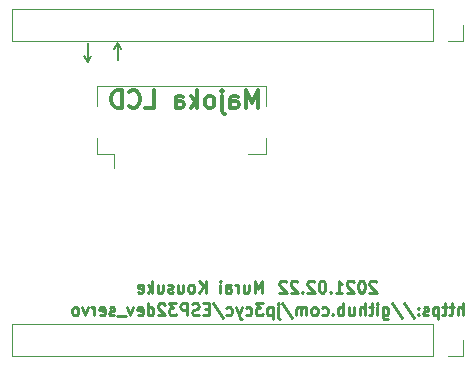
<source format=gbr>
G04 #@! TF.GenerationSoftware,KiCad,Pcbnew,(5.0.2)-1*
G04 #@! TF.CreationDate,2021-02-22T21:52:25+09:00*
G04 #@! TF.ProjectId,ESP32_LED,45535033-325f-44c4-9544-2e6b69636164,rev?*
G04 #@! TF.SameCoordinates,Original*
G04 #@! TF.FileFunction,Legend,Bot*
G04 #@! TF.FilePolarity,Positive*
%FSLAX46Y46*%
G04 Gerber Fmt 4.6, Leading zero omitted, Abs format (unit mm)*
G04 Created by KiCad (PCBNEW (5.0.2)-1) date 2021/02/22 21:52:25*
%MOMM*%
%LPD*%
G01*
G04 APERTURE LIST*
%ADD10C,0.200000*%
%ADD11C,0.300000*%
%ADD12C,0.250000*%
%ADD13C,0.120000*%
G04 APERTURE END LIST*
D10*
X146050000Y-73279000D02*
X146367500Y-73787000D01*
X146050000Y-73279000D02*
X145732500Y-73787000D01*
X146050000Y-73279000D02*
X146050000Y-74739500D01*
X143510000Y-74866500D02*
X143827500Y-74358500D01*
X143192500Y-74358500D02*
X143510000Y-74866500D01*
X143510000Y-73279000D02*
X143510000Y-74866500D01*
D11*
X157943571Y-78783571D02*
X157943571Y-77283571D01*
X157443571Y-78355000D01*
X156943571Y-77283571D01*
X156943571Y-78783571D01*
X155586428Y-78783571D02*
X155586428Y-77997857D01*
X155657857Y-77855000D01*
X155800714Y-77783571D01*
X156086428Y-77783571D01*
X156229285Y-77855000D01*
X155586428Y-78712142D02*
X155729285Y-78783571D01*
X156086428Y-78783571D01*
X156229285Y-78712142D01*
X156300714Y-78569285D01*
X156300714Y-78426428D01*
X156229285Y-78283571D01*
X156086428Y-78212142D01*
X155729285Y-78212142D01*
X155586428Y-78140714D01*
X154872142Y-77783571D02*
X154872142Y-79069285D01*
X154943571Y-79212142D01*
X155086428Y-79283571D01*
X155157857Y-79283571D01*
X154872142Y-77283571D02*
X154943571Y-77355000D01*
X154872142Y-77426428D01*
X154800714Y-77355000D01*
X154872142Y-77283571D01*
X154872142Y-77426428D01*
X153943571Y-78783571D02*
X154086428Y-78712142D01*
X154157857Y-78640714D01*
X154229285Y-78497857D01*
X154229285Y-78069285D01*
X154157857Y-77926428D01*
X154086428Y-77855000D01*
X153943571Y-77783571D01*
X153729285Y-77783571D01*
X153586428Y-77855000D01*
X153515000Y-77926428D01*
X153443571Y-78069285D01*
X153443571Y-78497857D01*
X153515000Y-78640714D01*
X153586428Y-78712142D01*
X153729285Y-78783571D01*
X153943571Y-78783571D01*
X152800714Y-78783571D02*
X152800714Y-77283571D01*
X152657857Y-78212142D02*
X152229285Y-78783571D01*
X152229285Y-77783571D02*
X152800714Y-78355000D01*
X150943571Y-78783571D02*
X150943571Y-77997857D01*
X151015000Y-77855000D01*
X151157857Y-77783571D01*
X151443571Y-77783571D01*
X151586428Y-77855000D01*
X150943571Y-78712142D02*
X151086428Y-78783571D01*
X151443571Y-78783571D01*
X151586428Y-78712142D01*
X151657857Y-78569285D01*
X151657857Y-78426428D01*
X151586428Y-78283571D01*
X151443571Y-78212142D01*
X151086428Y-78212142D01*
X150943571Y-78140714D01*
X148372142Y-78783571D02*
X149086428Y-78783571D01*
X149086428Y-77283571D01*
X147015000Y-78640714D02*
X147086428Y-78712142D01*
X147300714Y-78783571D01*
X147443571Y-78783571D01*
X147657857Y-78712142D01*
X147800714Y-78569285D01*
X147872142Y-78426428D01*
X147943571Y-78140714D01*
X147943571Y-77926428D01*
X147872142Y-77640714D01*
X147800714Y-77497857D01*
X147657857Y-77355000D01*
X147443571Y-77283571D01*
X147300714Y-77283571D01*
X147086428Y-77355000D01*
X147015000Y-77426428D01*
X146372142Y-78783571D02*
X146372142Y-77283571D01*
X146015000Y-77283571D01*
X145800714Y-77355000D01*
X145657857Y-77497857D01*
X145586428Y-77640714D01*
X145515000Y-77926428D01*
X145515000Y-78140714D01*
X145586428Y-78426428D01*
X145657857Y-78569285D01*
X145800714Y-78712142D01*
X146015000Y-78783571D01*
X146372142Y-78783571D01*
D12*
X175250000Y-96337380D02*
X175250000Y-95337380D01*
X174821428Y-96337380D02*
X174821428Y-95813571D01*
X174869047Y-95718333D01*
X174964285Y-95670714D01*
X175107142Y-95670714D01*
X175202380Y-95718333D01*
X175250000Y-95765952D01*
X174488095Y-95670714D02*
X174107142Y-95670714D01*
X174345238Y-95337380D02*
X174345238Y-96194523D01*
X174297619Y-96289761D01*
X174202380Y-96337380D01*
X174107142Y-96337380D01*
X173916666Y-95670714D02*
X173535714Y-95670714D01*
X173773809Y-95337380D02*
X173773809Y-96194523D01*
X173726190Y-96289761D01*
X173630952Y-96337380D01*
X173535714Y-96337380D01*
X173202380Y-95670714D02*
X173202380Y-96670714D01*
X173202380Y-95718333D02*
X173107142Y-95670714D01*
X172916666Y-95670714D01*
X172821428Y-95718333D01*
X172773809Y-95765952D01*
X172726190Y-95861190D01*
X172726190Y-96146904D01*
X172773809Y-96242142D01*
X172821428Y-96289761D01*
X172916666Y-96337380D01*
X173107142Y-96337380D01*
X173202380Y-96289761D01*
X172345238Y-96289761D02*
X172250000Y-96337380D01*
X172059523Y-96337380D01*
X171964285Y-96289761D01*
X171916666Y-96194523D01*
X171916666Y-96146904D01*
X171964285Y-96051666D01*
X172059523Y-96004047D01*
X172202380Y-96004047D01*
X172297619Y-95956428D01*
X172345238Y-95861190D01*
X172345238Y-95813571D01*
X172297619Y-95718333D01*
X172202380Y-95670714D01*
X172059523Y-95670714D01*
X171964285Y-95718333D01*
X171488095Y-96242142D02*
X171440476Y-96289761D01*
X171488095Y-96337380D01*
X171535714Y-96289761D01*
X171488095Y-96242142D01*
X171488095Y-96337380D01*
X171488095Y-95718333D02*
X171440476Y-95765952D01*
X171488095Y-95813571D01*
X171535714Y-95765952D01*
X171488095Y-95718333D01*
X171488095Y-95813571D01*
X170297619Y-95289761D02*
X171154761Y-96575476D01*
X169250000Y-95289761D02*
X170107142Y-96575476D01*
X168488095Y-95670714D02*
X168488095Y-96480238D01*
X168535714Y-96575476D01*
X168583333Y-96623095D01*
X168678571Y-96670714D01*
X168821428Y-96670714D01*
X168916666Y-96623095D01*
X168488095Y-96289761D02*
X168583333Y-96337380D01*
X168773809Y-96337380D01*
X168869047Y-96289761D01*
X168916666Y-96242142D01*
X168964285Y-96146904D01*
X168964285Y-95861190D01*
X168916666Y-95765952D01*
X168869047Y-95718333D01*
X168773809Y-95670714D01*
X168583333Y-95670714D01*
X168488095Y-95718333D01*
X168011904Y-96337380D02*
X168011904Y-95670714D01*
X168011904Y-95337380D02*
X168059523Y-95385000D01*
X168011904Y-95432619D01*
X167964285Y-95385000D01*
X168011904Y-95337380D01*
X168011904Y-95432619D01*
X167678571Y-95670714D02*
X167297619Y-95670714D01*
X167535714Y-95337380D02*
X167535714Y-96194523D01*
X167488095Y-96289761D01*
X167392857Y-96337380D01*
X167297619Y-96337380D01*
X166964285Y-96337380D02*
X166964285Y-95337380D01*
X166535714Y-96337380D02*
X166535714Y-95813571D01*
X166583333Y-95718333D01*
X166678571Y-95670714D01*
X166821428Y-95670714D01*
X166916666Y-95718333D01*
X166964285Y-95765952D01*
X165630952Y-95670714D02*
X165630952Y-96337380D01*
X166059523Y-95670714D02*
X166059523Y-96194523D01*
X166011904Y-96289761D01*
X165916666Y-96337380D01*
X165773809Y-96337380D01*
X165678571Y-96289761D01*
X165630952Y-96242142D01*
X165154761Y-96337380D02*
X165154761Y-95337380D01*
X165154761Y-95718333D02*
X165059523Y-95670714D01*
X164869047Y-95670714D01*
X164773809Y-95718333D01*
X164726190Y-95765952D01*
X164678571Y-95861190D01*
X164678571Y-96146904D01*
X164726190Y-96242142D01*
X164773809Y-96289761D01*
X164869047Y-96337380D01*
X165059523Y-96337380D01*
X165154761Y-96289761D01*
X164250000Y-96242142D02*
X164202380Y-96289761D01*
X164250000Y-96337380D01*
X164297619Y-96289761D01*
X164250000Y-96242142D01*
X164250000Y-96337380D01*
X163345238Y-96289761D02*
X163440476Y-96337380D01*
X163630952Y-96337380D01*
X163726190Y-96289761D01*
X163773809Y-96242142D01*
X163821428Y-96146904D01*
X163821428Y-95861190D01*
X163773809Y-95765952D01*
X163726190Y-95718333D01*
X163630952Y-95670714D01*
X163440476Y-95670714D01*
X163345238Y-95718333D01*
X162773809Y-96337380D02*
X162869047Y-96289761D01*
X162916666Y-96242142D01*
X162964285Y-96146904D01*
X162964285Y-95861190D01*
X162916666Y-95765952D01*
X162869047Y-95718333D01*
X162773809Y-95670714D01*
X162630952Y-95670714D01*
X162535714Y-95718333D01*
X162488095Y-95765952D01*
X162440476Y-95861190D01*
X162440476Y-96146904D01*
X162488095Y-96242142D01*
X162535714Y-96289761D01*
X162630952Y-96337380D01*
X162773809Y-96337380D01*
X162011904Y-96337380D02*
X162011904Y-95670714D01*
X162011904Y-95765952D02*
X161964285Y-95718333D01*
X161869047Y-95670714D01*
X161726190Y-95670714D01*
X161630952Y-95718333D01*
X161583333Y-95813571D01*
X161583333Y-96337380D01*
X161583333Y-95813571D02*
X161535714Y-95718333D01*
X161440476Y-95670714D01*
X161297619Y-95670714D01*
X161202380Y-95718333D01*
X161154761Y-95813571D01*
X161154761Y-96337380D01*
X159964285Y-95289761D02*
X160821428Y-96575476D01*
X159630952Y-95670714D02*
X159630952Y-96527857D01*
X159678571Y-96623095D01*
X159773809Y-96670714D01*
X159821428Y-96670714D01*
X159630952Y-95337380D02*
X159678571Y-95385000D01*
X159630952Y-95432619D01*
X159583333Y-95385000D01*
X159630952Y-95337380D01*
X159630952Y-95432619D01*
X159154761Y-95670714D02*
X159154761Y-96670714D01*
X159154761Y-95718333D02*
X159059523Y-95670714D01*
X158869047Y-95670714D01*
X158773809Y-95718333D01*
X158726190Y-95765952D01*
X158678571Y-95861190D01*
X158678571Y-96146904D01*
X158726190Y-96242142D01*
X158773809Y-96289761D01*
X158869047Y-96337380D01*
X159059523Y-96337380D01*
X159154761Y-96289761D01*
X158345238Y-95337380D02*
X157726190Y-95337380D01*
X158059523Y-95718333D01*
X157916666Y-95718333D01*
X157821428Y-95765952D01*
X157773809Y-95813571D01*
X157726190Y-95908809D01*
X157726190Y-96146904D01*
X157773809Y-96242142D01*
X157821428Y-96289761D01*
X157916666Y-96337380D01*
X158202380Y-96337380D01*
X158297619Y-96289761D01*
X158345238Y-96242142D01*
X156869047Y-96289761D02*
X156964285Y-96337380D01*
X157154761Y-96337380D01*
X157250000Y-96289761D01*
X157297619Y-96242142D01*
X157345238Y-96146904D01*
X157345238Y-95861190D01*
X157297619Y-95765952D01*
X157250000Y-95718333D01*
X157154761Y-95670714D01*
X156964285Y-95670714D01*
X156869047Y-95718333D01*
X156535714Y-95670714D02*
X156297619Y-96337380D01*
X156059523Y-95670714D02*
X156297619Y-96337380D01*
X156392857Y-96575476D01*
X156440476Y-96623095D01*
X156535714Y-96670714D01*
X155250000Y-96289761D02*
X155345238Y-96337380D01*
X155535714Y-96337380D01*
X155630952Y-96289761D01*
X155678571Y-96242142D01*
X155726190Y-96146904D01*
X155726190Y-95861190D01*
X155678571Y-95765952D01*
X155630952Y-95718333D01*
X155535714Y-95670714D01*
X155345238Y-95670714D01*
X155250000Y-95718333D01*
X154107142Y-95289761D02*
X154964285Y-96575476D01*
X153773809Y-95813571D02*
X153440476Y-95813571D01*
X153297619Y-96337380D02*
X153773809Y-96337380D01*
X153773809Y-95337380D01*
X153297619Y-95337380D01*
X152916666Y-96289761D02*
X152773809Y-96337380D01*
X152535714Y-96337380D01*
X152440476Y-96289761D01*
X152392857Y-96242142D01*
X152345238Y-96146904D01*
X152345238Y-96051666D01*
X152392857Y-95956428D01*
X152440476Y-95908809D01*
X152535714Y-95861190D01*
X152726190Y-95813571D01*
X152821428Y-95765952D01*
X152869047Y-95718333D01*
X152916666Y-95623095D01*
X152916666Y-95527857D01*
X152869047Y-95432619D01*
X152821428Y-95385000D01*
X152726190Y-95337380D01*
X152488095Y-95337380D01*
X152345238Y-95385000D01*
X151916666Y-96337380D02*
X151916666Y-95337380D01*
X151535714Y-95337380D01*
X151440476Y-95385000D01*
X151392857Y-95432619D01*
X151345238Y-95527857D01*
X151345238Y-95670714D01*
X151392857Y-95765952D01*
X151440476Y-95813571D01*
X151535714Y-95861190D01*
X151916666Y-95861190D01*
X151011904Y-95337380D02*
X150392857Y-95337380D01*
X150726190Y-95718333D01*
X150583333Y-95718333D01*
X150488095Y-95765952D01*
X150440476Y-95813571D01*
X150392857Y-95908809D01*
X150392857Y-96146904D01*
X150440476Y-96242142D01*
X150488095Y-96289761D01*
X150583333Y-96337380D01*
X150869047Y-96337380D01*
X150964285Y-96289761D01*
X151011904Y-96242142D01*
X150011904Y-95432619D02*
X149964285Y-95385000D01*
X149869047Y-95337380D01*
X149630952Y-95337380D01*
X149535714Y-95385000D01*
X149488095Y-95432619D01*
X149440476Y-95527857D01*
X149440476Y-95623095D01*
X149488095Y-95765952D01*
X150059523Y-96337380D01*
X149440476Y-96337380D01*
X148583333Y-96337380D02*
X148583333Y-95337380D01*
X148583333Y-96289761D02*
X148678571Y-96337380D01*
X148869047Y-96337380D01*
X148964285Y-96289761D01*
X149011904Y-96242142D01*
X149059523Y-96146904D01*
X149059523Y-95861190D01*
X149011904Y-95765952D01*
X148964285Y-95718333D01*
X148869047Y-95670714D01*
X148678571Y-95670714D01*
X148583333Y-95718333D01*
X147726190Y-96289761D02*
X147821428Y-96337380D01*
X148011904Y-96337380D01*
X148107142Y-96289761D01*
X148154761Y-96194523D01*
X148154761Y-95813571D01*
X148107142Y-95718333D01*
X148011904Y-95670714D01*
X147821428Y-95670714D01*
X147726190Y-95718333D01*
X147678571Y-95813571D01*
X147678571Y-95908809D01*
X148154761Y-96004047D01*
X147345238Y-95670714D02*
X147107142Y-96337380D01*
X146869047Y-95670714D01*
X146726190Y-96432619D02*
X145964285Y-96432619D01*
X145773809Y-96289761D02*
X145678571Y-96337380D01*
X145488095Y-96337380D01*
X145392857Y-96289761D01*
X145345238Y-96194523D01*
X145345238Y-96146904D01*
X145392857Y-96051666D01*
X145488095Y-96004047D01*
X145630952Y-96004047D01*
X145726190Y-95956428D01*
X145773809Y-95861190D01*
X145773809Y-95813571D01*
X145726190Y-95718333D01*
X145630952Y-95670714D01*
X145488095Y-95670714D01*
X145392857Y-95718333D01*
X144535714Y-96289761D02*
X144630952Y-96337380D01*
X144821428Y-96337380D01*
X144916666Y-96289761D01*
X144964285Y-96194523D01*
X144964285Y-95813571D01*
X144916666Y-95718333D01*
X144821428Y-95670714D01*
X144630952Y-95670714D01*
X144535714Y-95718333D01*
X144488095Y-95813571D01*
X144488095Y-95908809D01*
X144964285Y-96004047D01*
X144059523Y-96337380D02*
X144059523Y-95670714D01*
X144059523Y-95861190D02*
X144011904Y-95765952D01*
X143964285Y-95718333D01*
X143869047Y-95670714D01*
X143773809Y-95670714D01*
X143535714Y-95670714D02*
X143297619Y-96337380D01*
X143059523Y-95670714D01*
X142535714Y-96337380D02*
X142630952Y-96289761D01*
X142678571Y-96242142D01*
X142726190Y-96146904D01*
X142726190Y-95861190D01*
X142678571Y-95765952D01*
X142630952Y-95718333D01*
X142535714Y-95670714D01*
X142392857Y-95670714D01*
X142297619Y-95718333D01*
X142250000Y-95765952D01*
X142202380Y-95861190D01*
X142202380Y-96146904D01*
X142250000Y-96242142D01*
X142297619Y-96289761D01*
X142392857Y-96337380D01*
X142535714Y-96337380D01*
X158296904Y-94432380D02*
X158296904Y-93432380D01*
X157963571Y-94146666D01*
X157630238Y-93432380D01*
X157630238Y-94432380D01*
X156725476Y-93765714D02*
X156725476Y-94432380D01*
X157154047Y-93765714D02*
X157154047Y-94289523D01*
X157106428Y-94384761D01*
X157011190Y-94432380D01*
X156868333Y-94432380D01*
X156773095Y-94384761D01*
X156725476Y-94337142D01*
X156249285Y-94432380D02*
X156249285Y-93765714D01*
X156249285Y-93956190D02*
X156201666Y-93860952D01*
X156154047Y-93813333D01*
X156058809Y-93765714D01*
X155963571Y-93765714D01*
X155201666Y-94432380D02*
X155201666Y-93908571D01*
X155249285Y-93813333D01*
X155344523Y-93765714D01*
X155535000Y-93765714D01*
X155630238Y-93813333D01*
X155201666Y-94384761D02*
X155296904Y-94432380D01*
X155535000Y-94432380D01*
X155630238Y-94384761D01*
X155677857Y-94289523D01*
X155677857Y-94194285D01*
X155630238Y-94099047D01*
X155535000Y-94051428D01*
X155296904Y-94051428D01*
X155201666Y-94003809D01*
X154725476Y-94432380D02*
X154725476Y-93765714D01*
X154725476Y-93432380D02*
X154773095Y-93480000D01*
X154725476Y-93527619D01*
X154677857Y-93480000D01*
X154725476Y-93432380D01*
X154725476Y-93527619D01*
X153487380Y-94432380D02*
X153487380Y-93432380D01*
X152915952Y-94432380D02*
X153344523Y-93860952D01*
X152915952Y-93432380D02*
X153487380Y-94003809D01*
X152344523Y-94432380D02*
X152439761Y-94384761D01*
X152487380Y-94337142D01*
X152535000Y-94241904D01*
X152535000Y-93956190D01*
X152487380Y-93860952D01*
X152439761Y-93813333D01*
X152344523Y-93765714D01*
X152201666Y-93765714D01*
X152106428Y-93813333D01*
X152058809Y-93860952D01*
X152011190Y-93956190D01*
X152011190Y-94241904D01*
X152058809Y-94337142D01*
X152106428Y-94384761D01*
X152201666Y-94432380D01*
X152344523Y-94432380D01*
X151154047Y-93765714D02*
X151154047Y-94432380D01*
X151582619Y-93765714D02*
X151582619Y-94289523D01*
X151535000Y-94384761D01*
X151439761Y-94432380D01*
X151296904Y-94432380D01*
X151201666Y-94384761D01*
X151154047Y-94337142D01*
X150725476Y-94384761D02*
X150630238Y-94432380D01*
X150439761Y-94432380D01*
X150344523Y-94384761D01*
X150296904Y-94289523D01*
X150296904Y-94241904D01*
X150344523Y-94146666D01*
X150439761Y-94099047D01*
X150582619Y-94099047D01*
X150677857Y-94051428D01*
X150725476Y-93956190D01*
X150725476Y-93908571D01*
X150677857Y-93813333D01*
X150582619Y-93765714D01*
X150439761Y-93765714D01*
X150344523Y-93813333D01*
X149439761Y-93765714D02*
X149439761Y-94432380D01*
X149868333Y-93765714D02*
X149868333Y-94289523D01*
X149820714Y-94384761D01*
X149725476Y-94432380D01*
X149582619Y-94432380D01*
X149487380Y-94384761D01*
X149439761Y-94337142D01*
X148963571Y-94432380D02*
X148963571Y-93432380D01*
X148868333Y-94051428D02*
X148582619Y-94432380D01*
X148582619Y-93765714D02*
X148963571Y-94146666D01*
X147773095Y-94384761D02*
X147868333Y-94432380D01*
X148058809Y-94432380D01*
X148154047Y-94384761D01*
X148201666Y-94289523D01*
X148201666Y-93908571D01*
X148154047Y-93813333D01*
X148058809Y-93765714D01*
X147868333Y-93765714D01*
X147773095Y-93813333D01*
X147725476Y-93908571D01*
X147725476Y-94003809D01*
X148201666Y-94099047D01*
X167925238Y-93527619D02*
X167877619Y-93480000D01*
X167782380Y-93432380D01*
X167544285Y-93432380D01*
X167449047Y-93480000D01*
X167401428Y-93527619D01*
X167353809Y-93622857D01*
X167353809Y-93718095D01*
X167401428Y-93860952D01*
X167972857Y-94432380D01*
X167353809Y-94432380D01*
X166734761Y-93432380D02*
X166639523Y-93432380D01*
X166544285Y-93480000D01*
X166496666Y-93527619D01*
X166449047Y-93622857D01*
X166401428Y-93813333D01*
X166401428Y-94051428D01*
X166449047Y-94241904D01*
X166496666Y-94337142D01*
X166544285Y-94384761D01*
X166639523Y-94432380D01*
X166734761Y-94432380D01*
X166830000Y-94384761D01*
X166877619Y-94337142D01*
X166925238Y-94241904D01*
X166972857Y-94051428D01*
X166972857Y-93813333D01*
X166925238Y-93622857D01*
X166877619Y-93527619D01*
X166830000Y-93480000D01*
X166734761Y-93432380D01*
X166020476Y-93527619D02*
X165972857Y-93480000D01*
X165877619Y-93432380D01*
X165639523Y-93432380D01*
X165544285Y-93480000D01*
X165496666Y-93527619D01*
X165449047Y-93622857D01*
X165449047Y-93718095D01*
X165496666Y-93860952D01*
X166068095Y-94432380D01*
X165449047Y-94432380D01*
X164496666Y-94432380D02*
X165068095Y-94432380D01*
X164782380Y-94432380D02*
X164782380Y-93432380D01*
X164877619Y-93575238D01*
X164972857Y-93670476D01*
X165068095Y-93718095D01*
X164068095Y-94337142D02*
X164020476Y-94384761D01*
X164068095Y-94432380D01*
X164115714Y-94384761D01*
X164068095Y-94337142D01*
X164068095Y-94432380D01*
X163401428Y-93432380D02*
X163306190Y-93432380D01*
X163210952Y-93480000D01*
X163163333Y-93527619D01*
X163115714Y-93622857D01*
X163068095Y-93813333D01*
X163068095Y-94051428D01*
X163115714Y-94241904D01*
X163163333Y-94337142D01*
X163210952Y-94384761D01*
X163306190Y-94432380D01*
X163401428Y-94432380D01*
X163496666Y-94384761D01*
X163544285Y-94337142D01*
X163591904Y-94241904D01*
X163639523Y-94051428D01*
X163639523Y-93813333D01*
X163591904Y-93622857D01*
X163544285Y-93527619D01*
X163496666Y-93480000D01*
X163401428Y-93432380D01*
X162687142Y-93527619D02*
X162639523Y-93480000D01*
X162544285Y-93432380D01*
X162306190Y-93432380D01*
X162210952Y-93480000D01*
X162163333Y-93527619D01*
X162115714Y-93622857D01*
X162115714Y-93718095D01*
X162163333Y-93860952D01*
X162734761Y-94432380D01*
X162115714Y-94432380D01*
X161687142Y-94337142D02*
X161639523Y-94384761D01*
X161687142Y-94432380D01*
X161734761Y-94384761D01*
X161687142Y-94337142D01*
X161687142Y-94432380D01*
X161258571Y-93527619D02*
X161210952Y-93480000D01*
X161115714Y-93432380D01*
X160877619Y-93432380D01*
X160782380Y-93480000D01*
X160734761Y-93527619D01*
X160687142Y-93622857D01*
X160687142Y-93718095D01*
X160734761Y-93860952D01*
X161306190Y-94432380D01*
X160687142Y-94432380D01*
X160306190Y-93527619D02*
X160258571Y-93480000D01*
X160163333Y-93432380D01*
X159925238Y-93432380D01*
X159830000Y-93480000D01*
X159782380Y-93527619D01*
X159734761Y-93622857D01*
X159734761Y-93718095D01*
X159782380Y-93860952D01*
X160353809Y-94432380D01*
X159734761Y-94432380D01*
D13*
G04 #@! TO.C,J8*
X145762000Y-82710000D02*
X144272000Y-82710000D01*
X144272000Y-82710000D02*
X144272000Y-81370000D01*
X157082000Y-82710000D02*
X158572000Y-82710000D01*
X158572000Y-82710000D02*
X158572000Y-81370000D01*
X144272000Y-78650000D02*
X144272000Y-76910000D01*
X144272000Y-76910000D02*
X158572000Y-76910000D01*
X158572000Y-76910000D02*
X158572000Y-78650000D01*
X145762000Y-82710000D02*
X145762000Y-83910000D01*
G04 #@! TO.C,J2*
X137100000Y-99755000D02*
X137100000Y-97095000D01*
X172720000Y-99755000D02*
X137100000Y-99755000D01*
X172720000Y-97095000D02*
X137100000Y-97095000D01*
X172720000Y-99755000D02*
X172720000Y-97095000D01*
X173990000Y-99755000D02*
X175320000Y-99755000D01*
X175320000Y-99755000D02*
X175320000Y-98425000D01*
G04 #@! TO.C,J3*
X175320000Y-73085000D02*
X175320000Y-71755000D01*
X173990000Y-73085000D02*
X175320000Y-73085000D01*
X172720000Y-73085000D02*
X172720000Y-70425000D01*
X172720000Y-70425000D02*
X137100000Y-70425000D01*
X172720000Y-73085000D02*
X137100000Y-73085000D01*
X137100000Y-73085000D02*
X137100000Y-70425000D01*
G04 #@! TD*
M02*

</source>
